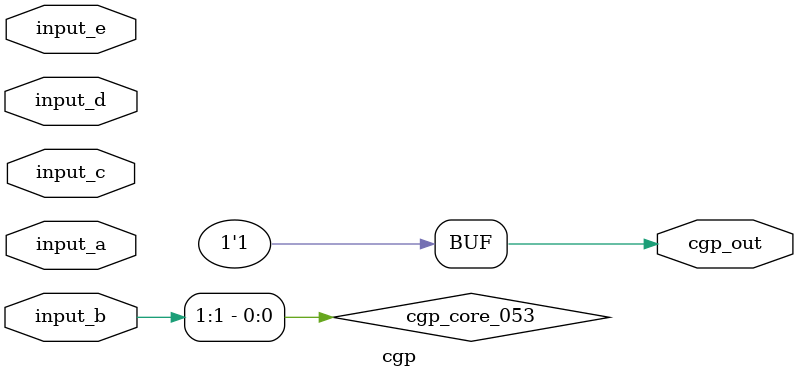
<source format=v>
module cgp(input [1:0] input_a, input [1:0] input_b, input [1:0] input_c, input [1:0] input_d, input [1:0] input_e, output [0:0] cgp_out);
  wire cgp_core_013;
  wire cgp_core_017;
  wire cgp_core_020;
  wire cgp_core_021;
  wire cgp_core_024;
  wire cgp_core_027;
  wire cgp_core_028;
  wire cgp_core_030;
  wire cgp_core_034;
  wire cgp_core_035;
  wire cgp_core_036;
  wire cgp_core_043;
  wire cgp_core_044;
  wire cgp_core_046;
  wire cgp_core_047;
  wire cgp_core_049;
  wire cgp_core_052;
  wire cgp_core_053;

  assign cgp_core_013 = ~(input_b[0] ^ input_c[0]);
  assign cgp_core_017 = input_d[0] & input_a[1];
  assign cgp_core_020 = ~(input_e[1] ^ input_a[0]);
  assign cgp_core_021 = ~(input_e[0] | input_d[0]);
  assign cgp_core_024 = ~(cgp_core_021 ^ input_e[1]);
  assign cgp_core_027 = ~(input_e[0] & input_c[0]);
  assign cgp_core_028 = input_c[1] & input_d[0];
  assign cgp_core_030 = ~(input_c[1] ^ input_a[0]);
  assign cgp_core_034 = ~(input_a[0] ^ input_a[1]);
  assign cgp_core_035 = ~(input_a[1] ^ input_d[1]);
  assign cgp_core_036 = cgp_core_034 ^ input_d[1];
  assign cgp_core_043 = input_b[0] & input_d[1];
  assign cgp_core_044 = ~(input_a[0] ^ input_a[1]);
  assign cgp_core_046 = input_d[0] ^ input_d[1];
  assign cgp_core_047 = ~(input_a[0] & cgp_core_046);
  assign cgp_core_049 = ~(input_a[1] ^ input_a[0]);
  assign cgp_core_052 = cgp_core_027 | input_a[0];
  assign cgp_core_053 = input_b[1] | input_b[1];

  assign cgp_out[0] = 1'b1;
endmodule
</source>
